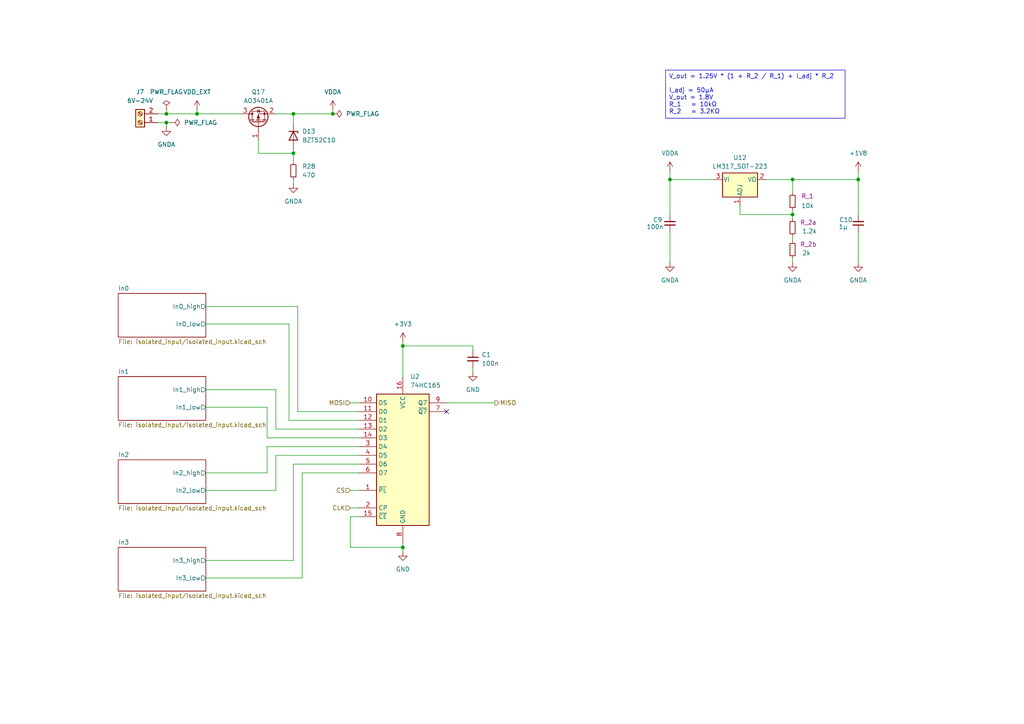
<source format=kicad_sch>
(kicad_sch (version 20250114) (generator "eeschema") (generator_version "9.0")
  (paper "A4")
  (title_block (title "${BoardName}") (date "2024-11-11") (rev "${Version}"))
  (lib_symbols
    (symbol "74xx:74HC165"
      (property "Reference" "U" (at -7.62 19.05 0))
      (property "Value" "74HC165" (at -7.62 -21.59 0))
      (symbol "74HC165_1_0"
        (pin input line (at -12.7 15.24 0) (length 5.08) (name "DS") (number "10"))
        (pin input line (at -12.7 12.7 0) (length 5.08) (name "D0") (number "11"))
        (pin input line (at -12.7 10.16 0) (length 5.08) (name "D1") (number "12"))
        (pin input line (at -12.7 7.62 0) (length 5.08) (name "D2") (number "13"))
        (pin input line (at -12.7 5.08 0) (length 5.08) (name "D3") (number "14"))
        (pin input line (at -12.7 2.54 0) (length 5.08) (name "D4") (number "3"))
        (pin input line (at -12.7 0 0) (length 5.08) (name "D5") (number "4"))
        (pin input line (at -12.7 -2.54 0) (length 5.08) (name "D6") (number "5"))
        (pin input line (at -12.7 -5.08 0) (length 5.08) (name "D7") (number "6"))
        (pin input line (at -12.7 -10.16 0) (length 5.08) (name "~{PL}") (number "1"))
        (pin input line (at -12.7 -15.24 0) (length 5.08) (name "CP") (number "2"))
        (pin input line (at -12.7 -17.78 0) (length 5.08) (name "~{CE}") (number "15"))
        (pin power_in line (at 0 22.86 270) (length 5.08) (name "VCC") (number "16"))
        (pin power_in line (at 0 -25.4 90) (length 5.08) (name "GND") (number "8"))
        (pin output line (at 12.7 15.24 180) (length 5.08) (name "Q7") (number "9"))
        (pin output line (at 12.7 12.7 180) (length 5.08) (name "~{Q7}") (number "7"))
      )
      (symbol "74HC165_1_1"
        (rectangle (start -7.62 17.78) (end 7.62 -20.32) (stroke (width 0.254)) (fill (type background)))
      )
    )
    (symbol "Connector:Screw_Terminal_01x02" (pin_names (offset 1.016) (hide yes))
      (property "Reference" "J" (at 0 2.54 0))
      (property "Value" "Screw_Terminal_01x02" (at 0 -5.08 0))
      (symbol "Screw_Terminal_01x02_1_1"
        (rectangle (start -1.27 1.27) (end 1.27 -3.81) (stroke (width 0.254)) (fill (type background)))
        (polyline (pts (xy -0.5334 0.3302) (xy 0.3302 -0.508)) (stroke (width 0.1524)))
        (polyline (pts (xy -0.5334 -2.2098) (xy 0.3302 -3.048)) (stroke (width 0.1524)))
        (polyline (pts (xy -0.3556 0.508) (xy 0.508 -0.3302)) (stroke (width 0.1524)))
        (polyline (pts (xy -0.3556 -2.032) (xy 0.508 -2.8702)) (stroke (width 0.1524)))
        (circle (center 0 0) (radius 0.635) (stroke (width 0.1524)))
        (circle (center 0 -2.54) (radius 0.635) (stroke (width 0.1524)))
        (pin passive line (at -5.08 0 0) (length 3.81) (name "Pin_1") (number "1"))
        (pin passive line (at -5.08 -2.54 0) (length 3.81) (name "Pin_2") (number "2"))
      )
    )
    (symbol "Device:C_Small" (pin_numbers (hide yes)) (pin_names (offset 0.254) (hide yes))
      (property "Reference" "C" (at 0.254 1.778 0))
      (property "Value" "C_Small" (at 0.254 -2.032 0))
      (symbol "C_Small_0_1"
        (polyline (pts (xy -1.524 0.508) (xy 1.524 0.508)) (stroke (width 0.3048)))
        (polyline (pts (xy -1.524 -0.508) (xy 1.524 -0.508)) (stroke (width 0.3302)))
      )
      (symbol "C_Small_1_1"
        (pin passive line (at 0 2.54 270) (length 2.032) (name "~") (number "1"))
        (pin passive line (at 0 -2.54 90) (length 2.032) (name "~") (number "2"))
      )
    )
    (symbol "Device:D_Zener" (pin_numbers (hide yes)) (pin_names (offset 1.016) (hide yes))
      (property "Reference" "D" (at 0 2.54 0))
      (property "Value" "D_Zener" (at 0 -2.54 0))
      (symbol "D_Zener_0_1"
        (polyline (pts (xy -1.27 -1.27) (xy -1.27 1.27) (xy -0.762 1.27)) (stroke (width 0.254)))
        (polyline (pts (xy 1.27 0) (xy -1.27 0)))
        (polyline (pts (xy 1.27 -1.27) (xy 1.27 1.27) (xy -1.27 0) (xy 1.27 -1.27)) (stroke (width 0.254)))
      )
      (symbol "D_Zener_1_1"
        (pin passive line (at -3.81 0 0) (length 2.54) (name "K") (number "1"))
        (pin passive line (at 3.81 0 180) (length 2.54) (name "A") (number "2"))
      )
    )
    (symbol "Device:R_Small" (pin_numbers (hide yes)) (pin_names (offset 0.254) (hide yes))
      (property "Reference" "R" (at 0 0 90))
      (property "Value" "R_Small" (at 1.778 0 90))
      (symbol "R_Small_0_1"
        (rectangle (start -0.762 1.778) (end 0.762 -1.778) (stroke (width 0.2032)))
      )
      (symbol "R_Small_1_1"
        (pin passive line (at 0 2.54 270) (length 0.762) (name "~") (number "1"))
        (pin passive line (at 0 -2.54 90) (length 0.762) (name "~") (number "2"))
      )
    )
    (symbol "Regulator_Linear:LM317_SOT-223" (pin_names (offset 0.254))
      (property "Reference" "U" (at -3.81 3.175 0))
      (property "Value" "LM317_SOT-223" (at 0 3.175 0))
      (symbol "LM317_SOT-223_0_1"
        (rectangle (start -5.08 1.905) (end 5.08 -5.08) (stroke (width 0.254)) (fill (type background)))
      )
      (symbol "LM317_SOT-223_1_1"
        (pin power_in line (at -7.62 0 0) (length 2.54) (name "VI") (number "3"))
        (pin input line (at 0 -7.62 90) (length 2.54) (name "ADJ") (number "1"))
        (pin power_out line (at 7.62 0 180) (length 2.54) (name "VO") (number "2"))
      )
    )
    (symbol "Transistor_FET:AO3401A" (pin_names (hide yes))
      (property "Reference" "Q" (at 5.08 1.905 0))
      (property "Value" "AO3401A" (at 5.08 0 0))
      (symbol "AO3401A_0_1"
        (polyline (pts (xy 0.254 1.905) (xy 0.254 -1.905)) (stroke (width 0.254)))
        (polyline (pts (xy 0.254 0) (xy -2.54 0)))
        (polyline (pts (xy 0.762 2.286) (xy 0.762 1.27)) (stroke (width 0.254)))
        (polyline (pts (xy 0.762 1.778) (xy 3.302 1.778) (xy 3.302 -1.778) (xy 0.762 -1.778)))
        (polyline (pts (xy 0.762 0.508) (xy 0.762 -0.508)) (stroke (width 0.254)))
        (polyline (pts (xy 0.762 -1.27) (xy 0.762 -2.286)) (stroke (width 0.254)))
        (circle (center 1.651 0) (radius 2.794) (stroke (width 0.254)))
        (polyline (pts (xy 2.286 0) (xy 1.27 0.381) (xy 1.27 -0.381) (xy 2.286 0)) (fill (type outline)))
        (polyline (pts (xy 2.54 2.54) (xy 2.54 1.778)))
        (circle (center 2.54 1.778) (radius 0.254) (fill (type outline)))
        (circle (center 2.54 -1.778) (radius 0.254) (fill (type outline)))
        (polyline (pts (xy 2.54 -2.54) (xy 2.54 0) (xy 0.762 0)))
        (polyline (pts (xy 2.794 -0.508) (xy 2.921 -0.381) (xy 3.683 -0.381) (xy 3.81 -0.254)))
        (polyline (pts (xy 3.302 -0.381) (xy 2.921 0.254) (xy 3.683 0.254) (xy 3.302 -0.381)))
      )
      (symbol "AO3401A_1_1"
        (pin input line (at -5.08 0 0) (length 2.54) (name "G") (number "1"))
        (pin passive line (at 2.54 5.08 270) (length 2.54) (name "D") (number "3"))
        (pin passive line (at 2.54 -5.08 90) (length 2.54) (name "S") (number "2"))
      )
    )
    (symbol "power:+1V8" (power) (pin_numbers (hide yes)) (pin_names (offset 0) (hide yes))
      (property "Value" "+1V8" (at 0 3.556 0))
      (symbol "+1V8_0_1"
        (polyline (pts (xy -0.762 1.27) (xy 0 2.54)))
        (polyline (pts (xy 0 2.54) (xy 0.762 1.27)))
        (polyline (pts (xy 0 0) (xy 0 2.54)))
      )
      (symbol "+1V8_1_1"
        (pin power_in line (at 0 0 90) (length 0) (name "~") (number "1"))
      )
    )
    (symbol "power:+3V3" (power) (pin_numbers (hide yes)) (pin_names (offset 0) (hide yes))
      (property "Value" "+3V3" (at 0 3.556 0))
      (symbol "+3V3_0_1"
        (polyline (pts (xy -0.762 1.27) (xy 0 2.54)))
        (polyline (pts (xy 0 2.54) (xy 0.762 1.27)))
        (polyline (pts (xy 0 0) (xy 0 2.54)))
      )
      (symbol "+3V3_1_1"
        (pin power_in line (at 0 0 90) (length 0) (name "~") (number "1"))
      )
    )
    (symbol "power:GND" (power) (pin_numbers (hide yes)) (pin_names (offset 0) (hide yes))
      (property "Value" "GND" (at 0 -3.81 0))
      (symbol "GND_0_1"
        (polyline (pts (xy 0 0) (xy 0 -1.27) (xy 1.27 -1.27) (xy 0 -2.54) (xy -1.27 -1.27) (xy 0 -1.27)))
      )
      (symbol "GND_1_1"
        (pin power_in line (at 0 0 270) (length 0) (name "~") (number "1"))
      )
    )
    (symbol "power:GNDA" (power) (pin_numbers (hide yes)) (pin_names (offset 0) (hide yes))
      (property "Value" "GNDA" (at 0 -3.81 0))
      (symbol "GNDA_0_1"
        (polyline (pts (xy 0 0) (xy 0 -1.27) (xy 1.27 -1.27) (xy 0 -2.54) (xy -1.27 -1.27) (xy 0 -1.27)))
      )
      (symbol "GNDA_1_1"
        (pin power_in line (at 0 0 270) (length 0) (name "~") (number "1"))
      )
    )
    (symbol "power:PWR_FLAG" (power) (pin_numbers (hide yes)) (pin_names (offset 0) (hide yes))
      (property "Value" "PWR_FLAG" (at 0 3.81 0))
      (symbol "PWR_FLAG_0_0"
        (pin power_out line (at 0 0 90) (length 0) (name "~") (number "1"))
      )
      (symbol "PWR_FLAG_0_1"
        (polyline (pts (xy 0 0) (xy 0 1.27) (xy -1.016 1.905) (xy 0 2.54) (xy 1.016 1.905) (xy 0 1.27)))
      )
    )
    (symbol "power:VDDA" (power) (pin_numbers (hide yes)) (pin_names (offset 0) (hide yes))
      (property "Value" "VDDA" (at 0 3.556 0))
      (symbol "VDDA_0_1"
        (polyline (pts (xy -0.762 1.27) (xy 0 2.54)))
        (polyline (pts (xy 0 2.54) (xy 0.762 1.27)))
        (polyline (pts (xy 0 0) (xy 0 2.54)))
      )
      (symbol "VDDA_1_1"
        (pin power_in line (at 0 0 90) (length 0) (name "~") (number "1"))
      )
    )
  )
  (text_box "V_out = 1.25V * (1 + R_2 / R_1) + I_adj * R_2\n\nI_adj = 50µA\nV_out = 1.8V\nR_1   = 10kΩ\nR_2   = 3.2KΩ\n\n\n" (at 193.04 20.32 0) (size 52.07 13.97) (margins 0.9525 0.9525 0.9525 0.9525) (effects (font (size 1.27 1.27)) (justify left top)))
  (junction (at 229.87 62.23))
  (junction (at 116.84 158.75))
  (junction (at 85.09 44.45))
  (junction (at 116.84 100.33))
  (junction (at 194.31 52.07))
  (junction (at 48.26 33.02))
  (junction (at 57.15 33.02))
  (junction (at 229.87 52.07))
  (junction (at 96.52 33.02))
  (junction (at 48.26 35.56))
  (junction (at 248.92 52.07))
  (junction (at 85.09 33.02))
  (no_connect (at 129.54 119.38))
  (wire (pts (xy 222.25 52.07) (xy 229.87 52.07)))
  (wire (pts (xy 248.92 52.07) (xy 229.87 52.07)))
  (wire (pts (xy 59.69 118.11) (xy 77.47 118.11)))
  (wire (pts (xy 45.72 33.02) (xy 48.26 33.02)))
  (wire (pts (xy 248.92 67.31) (xy 248.92 76.2)))
  (wire (pts (xy 85.09 33.02) (xy 85.09 35.56)))
  (wire (pts (xy 229.87 68.58) (xy 229.87 69.85)))
  (wire (pts (xy 229.87 52.07) (xy 229.87 55.88)))
  (wire (pts (xy 45.72 35.56) (xy 48.26 35.56)))
  (wire (pts (xy 85.09 52.07) (xy 85.09 53.34)))
  (wire (pts (xy 104.14 124.46) (xy 80.01 124.46)))
  (wire (pts (xy 229.87 62.23) (xy 229.87 63.5)))
  (wire (pts (xy 48.26 31.75) (xy 48.26 33.02)))
  (wire (pts (xy 74.93 44.45) (xy 85.09 44.45)))
  (wire (pts (xy 137.16 106.68) (xy 137.16 107.95)))
  (wire (pts (xy 101.6 116.84) (xy 104.14 116.84)))
  (wire (pts (xy 104.14 149.86) (xy 101.6 149.86)))
  (wire (pts (xy 96.52 31.75) (xy 96.52 33.02)))
  (wire (pts (xy 129.54 116.84) (xy 143.51 116.84)))
  (wire (pts (xy 248.92 49.53) (xy 248.92 52.07)))
  (wire (pts (xy 59.69 88.9) (xy 86.36 88.9)))
  (wire (pts (xy 83.82 121.92) (xy 83.82 93.98)))
  (wire (pts (xy 85.09 44.45) (xy 85.09 46.99)))
  (wire (pts (xy 85.09 134.62) (xy 85.09 162.56)))
  (wire (pts (xy 104.14 132.08) (xy 80.01 132.08)))
  (wire (pts (xy 104.14 129.54) (xy 77.47 129.54)))
  (wire (pts (xy 80.01 132.08) (xy 80.01 142.24)))
  (wire (pts (xy 85.09 162.56) (xy 59.69 162.56)))
  (wire (pts (xy 85.09 33.02) (xy 96.52 33.02)))
  (wire (pts (xy 116.84 99.06) (xy 116.84 100.33)))
  (wire (pts (xy 229.87 62.23) (xy 229.87 60.96)))
  (wire (pts (xy 101.6 149.86) (xy 101.6 158.75)))
  (wire (pts (xy 116.84 157.48) (xy 116.84 158.75)))
  (wire (pts (xy 229.87 74.93) (xy 229.87 76.2)))
  (wire (pts (xy 74.93 40.64) (xy 74.93 44.45)))
  (wire (pts (xy 77.47 137.16) (xy 59.69 137.16)))
  (wire (pts (xy 137.16 100.33) (xy 116.84 100.33)))
  (wire (pts (xy 137.16 101.6) (xy 137.16 100.33)))
  (wire (pts (xy 104.14 134.62) (xy 85.09 134.62)))
  (wire (pts (xy 86.36 119.38) (xy 104.14 119.38)))
  (wire (pts (xy 80.01 142.24) (xy 59.69 142.24)))
  (wire (pts (xy 248.92 62.23) (xy 248.92 52.07)))
  (wire (pts (xy 48.26 35.56) (xy 49.53 35.56)))
  (wire (pts (xy 104.14 137.16) (xy 87.63 137.16)))
  (wire (pts (xy 80.01 124.46) (xy 80.01 113.03)))
  (wire (pts (xy 194.31 52.07) (xy 207.01 52.07)))
  (wire (pts (xy 85.09 43.18) (xy 85.09 44.45)))
  (wire (pts (xy 194.31 49.53) (xy 194.31 52.07)))
  (wire (pts (xy 77.47 118.11) (xy 77.47 127)))
  (wire (pts (xy 87.63 167.64) (xy 59.69 167.64)))
  (wire (pts (xy 101.6 158.75) (xy 116.84 158.75)))
  (wire (pts (xy 48.26 35.56) (xy 48.26 36.83)))
  (wire (pts (xy 87.63 137.16) (xy 87.63 167.64)))
  (wire (pts (xy 80.01 33.02) (xy 85.09 33.02)))
  (wire (pts (xy 77.47 129.54) (xy 77.47 137.16)))
  (wire (pts (xy 101.6 142.24) (xy 104.14 142.24)))
  (wire (pts (xy 214.63 59.69) (xy 214.63 62.23)))
  (wire (pts (xy 57.15 31.75) (xy 57.15 33.02)))
  (wire (pts (xy 101.6 147.32) (xy 104.14 147.32)))
  (wire (pts (xy 194.31 62.23) (xy 194.31 52.07)))
  (wire (pts (xy 116.84 100.33) (xy 116.84 109.22)))
  (wire (pts (xy 104.14 121.92) (xy 83.82 121.92)))
  (wire (pts (xy 194.31 67.31) (xy 194.31 76.2)))
  (wire (pts (xy 59.69 93.98) (xy 83.82 93.98)))
  (wire (pts (xy 86.36 119.38) (xy 86.36 88.9)))
  (wire (pts (xy 214.63 62.23) (xy 229.87 62.23)))
  (wire (pts (xy 77.47 127) (xy 104.14 127)))
  (wire (pts (xy 57.15 33.02) (xy 69.85 33.02)))
  (wire (pts (xy 116.84 158.75) (xy 116.84 160.02)))
  (wire (pts (xy 48.26 33.02) (xy 57.15 33.02)))
  (wire (pts (xy 80.01 113.03) (xy 59.69 113.03)))
  (hierarchical_label "MISO" (shape output) (at 143.51 116.84 0))
  (hierarchical_label "MOSI" (shape input) (at 101.6 116.84 180))
  (hierarchical_label "CLK" (shape input) (at 101.6 147.32 180))
  (hierarchical_label "CS" (shape input) (at 101.6 142.24 180))
  (symbol (lib_id "power:PWR_FLAG") (at 96.52 33.02 270) (unit 1)
    (property "Reference" "#FLG03" (effects (hide yes)))
    (property "Value" "PWR_FLAG" (at 100.33 33.0199 90) (effects (justify left)))
    (property "Description" "Special symbol for telling ERC where power comes from" (effects (hide yes)))
  )
  (symbol (lib_id "Transistor_FET:AO3401A") (at 74.93 35.56 90) (unit 1)
    (property "Reference" "Q17" (at 74.93 26.67 90))
    (property "Value" "AO3401A" (at 74.93 29.21 90))
    (property "Footprint" "Package_TO_SOT_SMD:SOT-23" (effects (hide yes)))
    (property "Datasheet" "http://www.aosmd.com/pdfs/datasheet/AO3401A.pdf" (effects (hide yes)))
    (property "Description" "-4.0A Id, -30V Vds, P-Channel MOSFET, SOT-23" (effects (hide yes)))
    (property "LCSC Part#" "C15127" (effects (hide yes)))
  )
  (symbol (lib_id "power:GNDA") (at 85.09 53.34 0) (unit 1)
    (property "Reference" "#PWR083" (effects (hide yes)))
    (property "Value" "GNDA" (at 85.09 58.42 0))
    (property "Description" "Power symbol creates a global label with name \"GNDA\" , analog ground" (effects (hide yes)))
  )
  (symbol (lib_id "power:GNDA") (at 48.26 36.83 0) (unit 1)
    (property "Reference" "#PWR079" (effects (hide yes)))
    (property "Value" "GNDA" (at 48.26 41.91 0))
    (property "Description" "Power symbol creates a global label with name \"GNDA\" , analog ground" (effects (hide yes)))
  )
  (symbol (lib_id "Device:R_Small") (at 229.87 72.39 0) (unit 1)
    (property "Reference" "R29" (effects (hide yes)))
    (property "Value" "2k" (at 232.664 73.406 0) (effects (justify left)))
    (property "Footprint" "Resistor_SMD:R_0603_1608Metric" (effects (hide yes)))
    (property "Description" "Resistor, small symbol" (effects (hide yes)))
    (property "Name" "R_2b" (at 234.442 70.866 0))
    (property "LCSC Part#" "C22975" (effects (hide yes)))
  )
  (symbol (lib_id "Device:C_Small") (at 248.92 64.77 180) (unit 1)
    (property "Reference" "C10" (at 245.364 63.754 0))
    (property "Value" "1µ" (at 244.602 65.786 0))
    (property "Footprint" "Capacitor_SMD:C_0603_1608Metric" (effects (hide yes)))
    (property "Description" "Unpolarized capacitor, small symbol" (effects (hide yes)))
    (property "LCSC Part#" "C15849" (effects (hide yes)))
  )
  (symbol (lib_id "power:VDDA") (at 57.15 31.75 0) (unit 1)
    (property "Reference" "#PWR082" (effects (hide yes)))
    (property "Value" "VDD_EXT" (at 57.15 26.67 0))
    (property "Description" "Power symbol creates a global label with name \"VDDA\"" (effects (hide yes)))
  )
  (symbol (lib_id "Device:C_Small") (at 137.16 104.14 0) (unit 1)
    (property "Reference" "C1" (at 139.7 102.8762 0) (effects (justify left)))
    (property "Value" "100n" (at 139.7 105.4162 0) (effects (justify left)))
    (property "Footprint" "Capacitor_SMD:C_0402_1005Metric" (effects (hide yes)))
    (property "Description" "Unpolarized capacitor, small symbol" (effects (hide yes)))
    (property "LCSC Part#" "C1525" (effects (hide yes)))
  )
  (symbol (lib_id "power:+3V3") (at 116.84 99.06 0) (unit 1)
    (property "Reference" "#PWR09" (effects (hide yes)))
    (property "Value" "+3V3" (at 116.84 93.98 0))
    (property "Description" "Power symbol creates a global label with name \"+3V3\"" (effects (hide yes)))
  )
  (symbol (lib_id "Connector:Screw_Terminal_01x02") (at 40.64 35.56 180) (unit 1)
    (property "Reference" "J7" (at 40.64 26.67 0))
    (property "Value" "6V-24V" (at 40.64 29.21 0))
    (property "Footprint" "lcsc_stuff:KF141V-2.54-2P" (effects (hide yes)))
    (property "Description" "Generic screw terminal, single row, 01x02, script generated (kicad-library-utils/schlib/autogen/connector/)" (effects (hide yes)))
    (property "LCSC Part#" "C474920" (effects (hide yes)))
  )
  (symbol (lib_id "power:GNDA") (at 248.92 76.2 0) (unit 1)
    (property "Reference" "#PWR078" (effects (hide yes)))
    (property "Value" "GNDA" (at 248.92 81.28 0))
    (property "Description" "Power symbol creates a global label with name \"GNDA\" , analog ground" (effects (hide yes)))
  )
  (symbol (lib_id "Device:R_Small") (at 229.87 58.42 0) (unit 1)
    (property "Reference" "R26" (effects (hide yes)))
    (property "Value" "10k" (at 232.41 59.6899 0) (effects (justify left)))
    (property "Footprint" "Resistor_SMD:R_0603_1608Metric" (effects (hide yes)))
    (property "Description" "Resistor, small symbol" (effects (hide yes)))
    (property "Name" "R_1" (at 234.188 56.896 0))
    (property "LCSC Part#" "C25804" (effects (hide yes)))
  )
  (symbol (lib_id "Regulator_Linear:LM317_SOT-223") (at 214.63 52.07 0) (unit 1)
    (property "Reference" "U12" (at 214.63 45.72 0))
    (property "Value" "LM317_SOT-223" (at 214.63 48.26 0))
    (property "Footprint" "Package_TO_SOT_SMD:SOT-223-3_TabPin2" (effects (hide yes)))
    (property "Datasheet" "http://www.ti.com/lit/ds/symlink/lm317.pdf" (effects (hide yes)))
    (property "Description" "1.5A 35V Adjustable Linear Regulator, SOT-223" (effects (hide yes)))
    (property "LCSC Part#" "C427637" (effects (hide yes)))
  )
  (symbol (lib_id "Device:D_Zener") (at 85.09 39.37 270) (unit 1)
    (property "Reference" "D13" (at 87.63 38.0999 90) (effects (justify left)))
    (property "Value" "BZT52C10" (at 87.63 40.6399 90) (effects (justify left)))
    (property "Footprint" "Diode_SMD:D_SOD-123" (effects (hide yes)))
    (property "Description" "Zener diode" (effects (hide yes)))
    (property "LCSC Part#" "C173431" (effects (hide yes)))
  )
  (symbol (lib_id "power:+1V8") (at 248.92 49.53 0) (unit 1)
    (property "Reference" "#PWR080" (effects (hide yes)))
    (property "Value" "+1V8" (at 248.92 44.45 0))
    (property "Description" "Power symbol creates a global label with name \"+1V8\"" (effects (hide yes)))
  )
  (symbol (lib_id "power:GNDA") (at 229.87 76.2 0) (unit 1)
    (property "Reference" "#PWR077" (effects (hide yes)))
    (property "Value" "GNDA" (at 229.87 81.28 0))
    (property "Description" "Power symbol creates a global label with name \"GNDA\" , analog ground" (effects (hide yes)))
  )
  (symbol (lib_id "Device:R_Small") (at 85.09 49.53 0) (unit 1)
    (property "Reference" "R28" (at 87.63 48.2599 0) (effects (justify left)))
    (property "Value" "470" (at 87.63 50.7999 0) (effects (justify left)))
    (property "Footprint" "Resistor_SMD:R_0402_1005Metric_Pad0.72x0.64mm_HandSolder" (effects (hide yes)))
    (property "Description" "Resistor, small symbol" (effects (hide yes)))
    (property "LCSC Part#" "C25117" (effects (hide yes)))
  )
  (symbol (lib_id "power:GND") (at 116.84 160.02 0) (unit 1)
    (property "Reference" "#PWR073" (effects (hide yes)))
    (property "Value" "GND" (at 116.84 165.1 0))
    (property "Description" "Power symbol creates a global label with name \"GND\" , ground" (effects (hide yes)))
  )
  (symbol (lib_id "power:VDDA") (at 194.31 49.53 0) (unit 1)
    (property "Reference" "#PWR084" (effects (hide yes)))
    (property "Value" "VDDA" (at 194.31 44.45 0))
    (property "Description" "Power symbol creates a global label with name \"VDDA\"" (effects (hide yes)))
  )
  (symbol (lib_id "power:PWR_FLAG") (at 48.26 31.75 0) (unit 1)
    (property "Reference" "#FLG01" (effects (hide yes)))
    (property "Value" "PWR_FLAG" (at 48.26 26.67 0))
    (property "Description" "Special symbol for telling ERC where power comes from" (effects (hide yes)))
  )
  (symbol (lib_id "74xx:74HC165") (at 116.84 132.08 0) (unit 1)
    (property "Reference" "U2" (at 118.9833 109.22 0) (effects (justify left)))
    (property "Value" "74HC165" (at 118.9833 111.76 0) (effects (justify left)))
    (property "Footprint" "Package_SO:SO-16_3.9x9.9mm_P1.27mm" (effects (hide yes)))
    (property "Datasheet" "https://assets.nexperia.com/documents/data-sheet/74HC_HCT165.pdf" (effects (hide yes)))
    (property "Description" "Shift Register, 8-bit, Parallel Load" (effects (hide yes)))
    (property "LCSC Part#" "C5613" (effects (hide yes)))
  )
  (symbol (lib_id "Device:C_Small") (at 194.31 64.77 180) (unit 1)
    (property "Reference" "C9" (at 190.754 63.754 0))
    (property "Value" "100n" (at 189.992 65.786 0))
    (property "Footprint" "Capacitor_SMD:C_0603_1608Metric" (effects (hide yes)))
    (property "Description" "Unpolarized capacitor, small symbol" (effects (hide yes)))
    (property "LCSC Part#" "C14663" (effects (hide yes)))
  )
  (symbol (lib_id "power:GND") (at 137.16 107.95 0) (unit 1)
    (property "Reference" "#PWR011" (effects (hide yes)))
    (property "Value" "GND" (at 137.16 113.03 0))
    (property "Description" "Power symbol creates a global label with name \"GND\" , ground" (effects (hide yes)))
  )
  (symbol (lib_id "power:PWR_FLAG") (at 49.53 35.56 270) (unit 1)
    (property "Reference" "#FLG02" (effects (hide yes)))
    (property "Value" "PWR_FLAG" (at 53.34 35.5599 90) (effects (justify left)))
    (property "Description" "Special symbol for telling ERC where power comes from" (effects (hide yes)))
  )
  (symbol (lib_id "power:VDDA") (at 96.52 31.75 0) (unit 1)
    (property "Reference" "#PWR081" (effects (hide yes)))
    (property "Value" "VDDA" (at 96.52 26.67 0))
    (property "Description" "Power symbol creates a global label with name \"VDDA\"" (effects (hide yes)))
  )
  (symbol (lib_id "power:GNDA") (at 194.31 76.2 0) (unit 1)
    (property "Reference" "#PWR072" (effects (hide yes)))
    (property "Value" "GNDA" (at 194.31 81.28 0))
    (property "Description" "Power symbol creates a global label with name \"GNDA\" , analog ground" (effects (hide yes)))
  )
  (symbol (lib_id "Device:R_Small") (at 229.87 66.04 0) (unit 1)
    (property "Reference" "R27" (effects (hide yes)))
    (property "Value" "1.2k" (at 232.664 67.056 0) (effects (justify left)))
    (property "Footprint" "Resistor_SMD:R_0603_1608Metric" (effects (hide yes)))
    (property "Description" "Resistor, small symbol" (effects (hide yes)))
    (property "Name" "R_2a" (at 234.442 64.516 0))
    (property "LCSC Part#" "C22765" (effects (hide yes)))
  )
  (sheet (at 34.29 133.35) (size 25.4 12.7) (stroke (width 0.1524))
    (property "Sheetname" "In2" (at 34.29 132.6384 0) (effects (justify left bottom)))
    (property "Sheetfile" "isolated_input/isolated_input.kicad_sch" (at 34.29 146.6346 0) (effects (justify left top)))
    (pin "${SHEETNAME}_high" output (at 59.69 137.16 0))
    (pin "${SHEETNAME}_low" output (at 59.69 142.24 0))
  )
  (sheet (at 34.29 85.09) (size 25.4 12.7) (stroke (width 0.1524))
    (property "Sheetname" "In0" (at 34.29 84.3784 0) (effects (justify left bottom)))
    (property "Sheetfile" "isolated_input/isolated_input.kicad_sch" (at 34.29 98.3746 0) (effects (justify left top)))
    (pin "${SHEETNAME}_high" output (at 59.69 88.9 0))
    (pin "${SHEETNAME}_low" output (at 59.69 93.98 0))
  )
  (sheet (at 34.29 158.75) (size 25.4 12.7) (stroke (width 0.1524))
    (property "Sheetname" "In3" (at 34.29 158.0384 0) (effects (justify left bottom)))
    (property "Sheetfile" "isolated_input/isolated_input.kicad_sch" (at 34.29 172.0346 0) (effects (justify left top)))
    (pin "${SHEETNAME}_high" output (at 59.69 162.56 0))
    (pin "${SHEETNAME}_low" output (at 59.69 167.64 0))
  )
  (sheet (at 34.29 109.22) (size 25.4 12.7) (stroke (width 0.1524))
    (property "Sheetname" "In1" (at 34.29 108.5084 0) (effects (justify left bottom)))
    (property "Sheetfile" "isolated_input/isolated_input.kicad_sch" (at 34.29 122.5046 0) (effects (justify left top)))
    (pin "${SHEETNAME}_high" output (at 59.69 113.03 0))
    (pin "${SHEETNAME}_low" output (at 59.69 118.11 0))
  )
)
</source>
